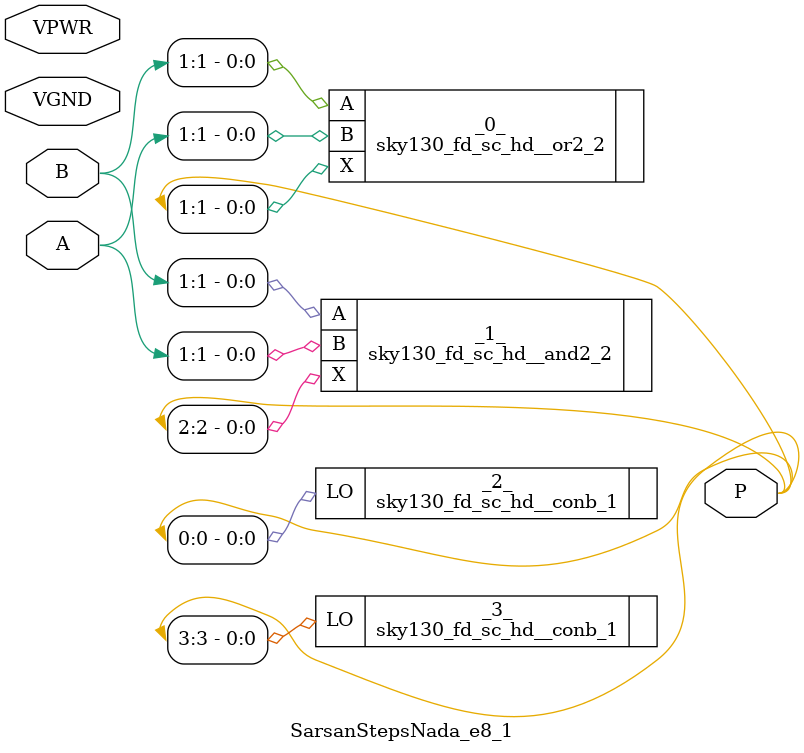
<source format=v>
module SarsanStepsNada_e8_1 (A,
    B,
    P,
    VPWR,
    VGND);
 input [1:0] A;
 input [1:0] B;
 output [3:0] P;
 inout VPWR;
 inout VGND;


 sky130_fd_sc_hd__or2_2 _0_ (.A(B[1]),
    .B(A[1]),
    .X(P[1]));
 sky130_fd_sc_hd__and2_2 _1_ (.A(B[1]),
    .B(A[1]),
    .X(P[2]));
 sky130_fd_sc_hd__conb_1 _2_ (.LO(P[0]));
 sky130_fd_sc_hd__conb_1 _3_ (.LO(P[3]));
 sky130_fd_sc_hd__decap_3 PHY_EDGE_ROW_0_Right_0 ();
 sky130_fd_sc_hd__decap_3 PHY_EDGE_ROW_1_Right_1 ();
 sky130_fd_sc_hd__decap_3 PHY_EDGE_ROW_2_Right_2 ();
 sky130_fd_sc_hd__decap_3 PHY_EDGE_ROW_3_Right_3 ();
 sky130_fd_sc_hd__decap_3 PHY_EDGE_ROW_4_Right_4 ();
 sky130_fd_sc_hd__decap_3 PHY_EDGE_ROW_5_Right_5 ();
 sky130_fd_sc_hd__decap_3 PHY_EDGE_ROW_6_Right_6 ();
 sky130_fd_sc_hd__decap_3 PHY_EDGE_ROW_7_Right_7 ();
 sky130_fd_sc_hd__decap_3 PHY_EDGE_ROW_8_Right_8 ();
 sky130_fd_sc_hd__decap_3 PHY_EDGE_ROW_9_Right_9 ();
 sky130_fd_sc_hd__decap_3 PHY_EDGE_ROW_0_Left_10 ();
 sky130_fd_sc_hd__decap_3 PHY_EDGE_ROW_1_Left_11 ();
 sky130_fd_sc_hd__decap_3 PHY_EDGE_ROW_2_Left_12 ();
 sky130_fd_sc_hd__decap_3 PHY_EDGE_ROW_3_Left_13 ();
 sky130_fd_sc_hd__decap_3 PHY_EDGE_ROW_4_Left_14 ();
 sky130_fd_sc_hd__decap_3 PHY_EDGE_ROW_5_Left_15 ();
 sky130_fd_sc_hd__decap_3 PHY_EDGE_ROW_6_Left_16 ();
 sky130_fd_sc_hd__decap_3 PHY_EDGE_ROW_7_Left_17 ();
 sky130_fd_sc_hd__decap_3 PHY_EDGE_ROW_8_Left_18 ();
 sky130_fd_sc_hd__decap_3 PHY_EDGE_ROW_9_Left_19 ();
 sky130_fd_sc_hd__tapvpwrvgnd_1 TAP_TAPCELL_ROW_0_20 ();
 sky130_fd_sc_hd__tapvpwrvgnd_1 TAP_TAPCELL_ROW_0_21 ();
 sky130_fd_sc_hd__tapvpwrvgnd_1 TAP_TAPCELL_ROW_1_22 ();
 sky130_fd_sc_hd__tapvpwrvgnd_1 TAP_TAPCELL_ROW_2_23 ();
 sky130_fd_sc_hd__tapvpwrvgnd_1 TAP_TAPCELL_ROW_3_24 ();
 sky130_fd_sc_hd__tapvpwrvgnd_1 TAP_TAPCELL_ROW_4_25 ();
 sky130_fd_sc_hd__tapvpwrvgnd_1 TAP_TAPCELL_ROW_5_26 ();
 sky130_fd_sc_hd__tapvpwrvgnd_1 TAP_TAPCELL_ROW_6_27 ();
 sky130_fd_sc_hd__tapvpwrvgnd_1 TAP_TAPCELL_ROW_7_28 ();
 sky130_fd_sc_hd__tapvpwrvgnd_1 TAP_TAPCELL_ROW_8_29 ();
 sky130_fd_sc_hd__tapvpwrvgnd_1 TAP_TAPCELL_ROW_9_30 ();
 sky130_fd_sc_hd__tapvpwrvgnd_1 TAP_TAPCELL_ROW_9_31 ();
endmodule

</source>
